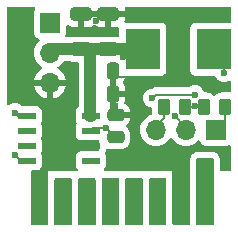
<source format=gbr>
%TF.GenerationSoftware,KiCad,Pcbnew,8.0.2-1*%
%TF.CreationDate,2024-05-31T21:31:19-04:00*%
%TF.ProjectId,ez-servo,657a2d73-6572-4766-9f2e-6b696361645f,v0.0.0*%
%TF.SameCoordinates,Original*%
%TF.FileFunction,Copper,L1,Top*%
%TF.FilePolarity,Positive*%
%FSLAX46Y46*%
G04 Gerber Fmt 4.6, Leading zero omitted, Abs format (unit mm)*
G04 Created by KiCad (PCBNEW 8.0.2-1) date 2024-05-31 21:31:19*
%MOMM*%
%LPD*%
G01*
G04 APERTURE LIST*
G04 Aperture macros list*
%AMRoundRect*
0 Rectangle with rounded corners*
0 $1 Rounding radius*
0 $2 $3 $4 $5 $6 $7 $8 $9 X,Y pos of 4 corners*
0 Add a 4 corners polygon primitive as box body*
4,1,4,$2,$3,$4,$5,$6,$7,$8,$9,$2,$3,0*
0 Add four circle primitives for the rounded corners*
1,1,$1+$1,$2,$3*
1,1,$1+$1,$4,$5*
1,1,$1+$1,$6,$7*
1,1,$1+$1,$8,$9*
0 Add four rect primitives between the rounded corners*
20,1,$1+$1,$2,$3,$4,$5,0*
20,1,$1+$1,$4,$5,$6,$7,0*
20,1,$1+$1,$6,$7,$8,$9,0*
20,1,$1+$1,$8,$9,$2,$3,0*%
G04 Aperture macros list end*
%TA.AperFunction,SMDPad,CuDef*%
%ADD10RoundRect,0.250000X0.262500X0.450000X-0.262500X0.450000X-0.262500X-0.450000X0.262500X-0.450000X0*%
%TD*%
%TA.AperFunction,SMDPad,CuDef*%
%ADD11RoundRect,0.250000X-0.262500X-0.450000X0.262500X-0.450000X0.262500X0.450000X-0.262500X0.450000X0*%
%TD*%
%TA.AperFunction,SMDPad,CuDef*%
%ADD12R,3.000000X3.500000*%
%TD*%
%TA.AperFunction,SMDPad,CuDef*%
%ADD13RoundRect,0.250000X0.475000X-0.250000X0.475000X0.250000X-0.475000X0.250000X-0.475000X-0.250000X0*%
%TD*%
%TA.AperFunction,SMDPad,CuDef*%
%ADD14RoundRect,0.250000X0.650000X-0.325000X0.650000X0.325000X-0.650000X0.325000X-0.650000X-0.325000X0*%
%TD*%
%TA.AperFunction,SMDPad,CuDef*%
%ADD15RoundRect,0.250000X-0.250000X-0.475000X0.250000X-0.475000X0.250000X0.475000X-0.250000X0.475000X0*%
%TD*%
%TA.AperFunction,SMDPad,CuDef*%
%ADD16R,1.550000X0.600000*%
%TD*%
%TA.AperFunction,ComponentPad*%
%ADD17C,0.600000*%
%TD*%
%TA.AperFunction,SMDPad,CuDef*%
%ADD18R,2.600000X3.100000*%
%TD*%
%TA.AperFunction,SMDPad,CuDef*%
%ADD19R,2.950000X4.500000*%
%TD*%
%TA.AperFunction,ComponentPad*%
%ADD20R,1.700000X1.700000*%
%TD*%
%TA.AperFunction,ComponentPad*%
%ADD21O,1.700000X1.700000*%
%TD*%
%TA.AperFunction,ViaPad*%
%ADD22C,0.600000*%
%TD*%
%TA.AperFunction,Conductor*%
%ADD23C,0.200000*%
%TD*%
%TA.AperFunction,Conductor*%
%ADD24C,1.000000*%
%TD*%
G04 APERTURE END LIST*
D10*
%TO.P,R3,1*%
%TO.N,VOUT*%
X40612500Y-33950000D03*
%TO.P,R3,2*%
%TO.N,6V*%
X38787500Y-33950000D03*
%TD*%
D11*
%TO.P,R1,1*%
%TO.N,VOUT*%
X42157500Y-33950000D03*
%TO.P,R1,2*%
%TO.N,8_4V*%
X43982500Y-33950000D03*
%TD*%
D12*
%TO.P,L1,1,1*%
%TO.N,Net-(C2-Pad2)*%
X43000000Y-29100000D03*
%TO.P,L1,2,2*%
%TO.N,VOUT*%
X37000000Y-29100000D03*
%TD*%
D13*
%TO.P,C1,1*%
%TO.N,+24V*%
X34700000Y-36550000D03*
%TO.P,C1,2*%
%TO.N,GND*%
X34700000Y-34650000D03*
%TD*%
D14*
%TO.P,C4,1*%
%TO.N,VOUT*%
X34090000Y-29095000D03*
%TO.P,C4,2*%
%TO.N,GND*%
X34090000Y-26145000D03*
%TD*%
D15*
%TO.P,C5,1*%
%TO.N,VOUT*%
X32580000Y-30920000D03*
%TO.P,C5,2*%
%TO.N,GND*%
X34480000Y-30920000D03*
%TD*%
D14*
%TO.P,C3,1*%
%TO.N,VOUT*%
X31780000Y-29095000D03*
%TO.P,C3,2*%
%TO.N,GND*%
X31780000Y-26145000D03*
%TD*%
D16*
%TO.P,U1,1,BOOT*%
%TO.N,Net-(U1-BOOT)*%
X27200000Y-34725000D03*
%TO.P,U1,2,NC*%
%TO.N,unconnected-(U1-NC-Pad2)*%
X27200000Y-35995000D03*
%TO.P,U1,3,NC*%
%TO.N,unconnected-(U1-NC-Pad3)*%
X27200000Y-37265000D03*
%TO.P,U1,4,VSENSE*%
%TO.N,SENSE*%
X27200000Y-38535000D03*
%TO.P,U1,5,EN*%
%TO.N,unconnected-(U1-EN-Pad5)*%
X32600000Y-38535000D03*
%TO.P,U1,6,GND*%
%TO.N,GND*%
X32600000Y-37265000D03*
%TO.P,U1,7,VIN*%
%TO.N,+24V*%
X32600000Y-35995000D03*
%TO.P,U1,8,PH*%
%TO.N,VOUT*%
X32600000Y-34725000D03*
D17*
%TO.P,U1,9,GNDPAD*%
%TO.N,GND*%
X29300000Y-34830000D03*
X29300000Y-36030000D03*
X29300000Y-37330000D03*
X29300000Y-38430000D03*
D18*
X29900000Y-36630000D03*
D19*
X29900000Y-36630000D03*
D17*
X30500000Y-34830000D03*
X30500000Y-36030000D03*
X30500000Y-37330000D03*
X30500000Y-38430000D03*
%TD*%
D15*
%TO.P,C6,1*%
%TO.N,VOUT*%
X32580000Y-32890000D03*
%TO.P,C6,2*%
%TO.N,GND*%
X34480000Y-32890000D03*
%TD*%
D20*
%TO.P,J2,1,Pin_1*%
%TO.N,SERVO_PWM*%
X29150000Y-26850000D03*
D21*
%TO.P,J2,2,Pin_2*%
%TO.N,VOUT*%
X29150000Y-29390000D03*
%TO.P,J2,3,Pin_3*%
%TO.N,GND*%
X29150000Y-31930000D03*
%TD*%
D20*
%TO.P,J3,1,Pin_1*%
%TO.N,8_4V*%
X43200000Y-35930000D03*
D21*
%TO.P,J3,2,Pin_2*%
%TO.N,SENSE*%
X40660000Y-35930000D03*
%TO.P,J3,3,Pin_3*%
%TO.N,6V*%
X38120000Y-35930000D03*
%TD*%
D22*
%TO.N,Net-(C2-Pad2)*%
X43910000Y-31080000D03*
X41400549Y-32930823D03*
%TO.N,SENSE*%
X39700000Y-34777171D03*
%TO.N,VOUT*%
X41390000Y-33930000D03*
X35360000Y-29780000D03*
%TO.N,GND*%
X40300000Y-39500000D03*
%TO.N,SENSE*%
X26170000Y-38030000D03*
%TO.N,Net-(C2-Pad2)*%
X37818099Y-33235792D03*
%TO.N,Net-(U1-BOOT)*%
X26170000Y-34470000D03*
%TO.N,+24V*%
X42300000Y-38800000D03*
X42300000Y-39500000D03*
X33915000Y-35765000D03*
%TO.N,GND*%
X33070000Y-26700000D03*
%TD*%
D23*
%TO.N,Net-(C2-Pad2)*%
X41400549Y-32930823D02*
X38123068Y-32930823D01*
X38123068Y-32930823D02*
X37818099Y-33235792D01*
%TO.N,SENSE*%
X39700000Y-34777171D02*
X40660000Y-35737171D01*
X40660000Y-35737171D02*
X40660000Y-35930000D01*
%TO.N,Net-(C2-Pad2)*%
X43910000Y-31080000D02*
X43910000Y-30010000D01*
X43910000Y-30010000D02*
X43000000Y-29100000D01*
%TO.N,VOUT*%
X36320000Y-29780000D02*
X37000000Y-29100000D01*
X35360000Y-29780000D02*
X36320000Y-29780000D01*
%TO.N,6V*%
X38787500Y-33950000D02*
X38787500Y-34952500D01*
X38787500Y-34952500D02*
X38120000Y-35620000D01*
X38120000Y-35620000D02*
X38120000Y-35930000D01*
D24*
%TO.N,VOUT*%
X37000000Y-29100000D02*
X29440000Y-29100000D01*
X31940000Y-29175000D02*
X31860000Y-29095000D01*
D23*
X42137500Y-33930000D02*
X42157500Y-33950000D01*
D24*
X29440000Y-29100000D02*
X29150000Y-29390000D01*
X32580000Y-32890000D02*
X32580000Y-29155000D01*
D23*
X40612500Y-33950000D02*
X42157500Y-33950000D01*
D24*
X32580000Y-34705000D02*
X32600000Y-34725000D01*
X32580000Y-32890000D02*
X32580000Y-34705000D01*
X31860000Y-29095000D02*
X31780000Y-29095000D01*
D23*
%TO.N,GND*%
X34480000Y-30920000D02*
X35030000Y-31470000D01*
X35030000Y-31470000D02*
X35820000Y-31470000D01*
D24*
X29300000Y-36030000D02*
X29260000Y-35990000D01*
X29260000Y-35990000D02*
X29260000Y-35460000D01*
D23*
%TO.N,8_4V*%
X43982500Y-35147500D02*
X43200000Y-35930000D01*
X43982500Y-33950000D02*
X43982500Y-35147500D01*
%TO.N,SENSE*%
X26675000Y-38535000D02*
X27200000Y-38535000D01*
X26170000Y-38030000D02*
X26675000Y-38535000D01*
%TO.N,Net-(U1-BOOT)*%
X26170000Y-34470000D02*
X26425000Y-34725000D01*
X26425000Y-34725000D02*
X27200000Y-34725000D01*
%TO.N,+24V*%
X33915000Y-35765000D02*
X34700000Y-36550000D01*
X32600000Y-35995000D02*
X32830000Y-35765000D01*
X32830000Y-35765000D02*
X33915000Y-35765000D01*
%TD*%
%TA.AperFunction,Conductor*%
%TO.N,GND*%
G36*
X29015000Y-39410000D02*
G01*
X29015000Y-43876000D01*
X28995315Y-43943039D01*
X28942511Y-43988794D01*
X28891000Y-44000000D01*
X27639000Y-44000000D01*
X27571961Y-43980315D01*
X27526206Y-43927511D01*
X27515000Y-43876000D01*
X27515000Y-39410000D01*
X27515000Y-39400000D01*
X29015000Y-39400000D01*
X29015000Y-39410000D01*
G37*
%TD.AperFunction*%
%TD*%
%TA.AperFunction,Conductor*%
%TO.N,GND*%
G36*
X41015000Y-39390000D02*
G01*
X41015000Y-43876000D01*
X40995315Y-43943039D01*
X40942511Y-43988794D01*
X40891000Y-44000000D01*
X39639000Y-44000000D01*
X39571961Y-43980315D01*
X39526206Y-43927511D01*
X39515000Y-43876000D01*
X39515000Y-39390000D01*
X39515000Y-39300000D01*
X41015000Y-39300000D01*
X41015000Y-39390000D01*
G37*
%TD.AperFunction*%
%TD*%
%TA.AperFunction,Conductor*%
%TO.N,+24V*%
G36*
X42958039Y-38319685D02*
G01*
X43003794Y-38372489D01*
X43015000Y-38424000D01*
X43015000Y-39922185D01*
X43014500Y-39929815D01*
X43014500Y-43876000D01*
X42994815Y-43943039D01*
X42942011Y-43988794D01*
X42890500Y-44000000D01*
X41639000Y-44000000D01*
X41571961Y-43980315D01*
X41526206Y-43927511D01*
X41515000Y-43876000D01*
X41515000Y-38424000D01*
X41534685Y-38356961D01*
X41587489Y-38311206D01*
X41639000Y-38300000D01*
X42891000Y-38300000D01*
X42958039Y-38319685D01*
G37*
%TD.AperFunction*%
%TD*%
%TA.AperFunction,Conductor*%
%TO.N,GND*%
G36*
X44442539Y-25520185D02*
G01*
X44488294Y-25572989D01*
X44499500Y-25624500D01*
X44499500Y-26725500D01*
X44479815Y-26792539D01*
X44427011Y-26838294D01*
X44375500Y-26849500D01*
X41452129Y-26849500D01*
X41452123Y-26849501D01*
X41392516Y-26855908D01*
X41257671Y-26906202D01*
X41257664Y-26906206D01*
X41142455Y-26992452D01*
X41142452Y-26992455D01*
X41056206Y-27107664D01*
X41056202Y-27107671D01*
X41005908Y-27242517D01*
X41002610Y-27273200D01*
X40999501Y-27302123D01*
X40999500Y-27302135D01*
X40999500Y-30897870D01*
X40999501Y-30897876D01*
X41005908Y-30957483D01*
X41056202Y-31092328D01*
X41056206Y-31092335D01*
X41142452Y-31207544D01*
X41142455Y-31207547D01*
X41257664Y-31293793D01*
X41257671Y-31293797D01*
X41392517Y-31344091D01*
X41392516Y-31344091D01*
X41399444Y-31344835D01*
X41452127Y-31350500D01*
X43068577Y-31350499D01*
X43135616Y-31370184D01*
X43181371Y-31422987D01*
X43182930Y-31426861D01*
X43184210Y-31429521D01*
X43184211Y-31429522D01*
X43280184Y-31582262D01*
X43407738Y-31709816D01*
X43560478Y-31805789D01*
X43727333Y-31864174D01*
X43730745Y-31865368D01*
X43730750Y-31865369D01*
X43909996Y-31885565D01*
X43910000Y-31885565D01*
X43910004Y-31885565D01*
X44089249Y-31865369D01*
X44089252Y-31865368D01*
X44089255Y-31865368D01*
X44259522Y-31805789D01*
X44309527Y-31774369D01*
X44376764Y-31755368D01*
X44443599Y-31775735D01*
X44488814Y-31829003D01*
X44499500Y-31879362D01*
X44499500Y-32633077D01*
X44479815Y-32700116D01*
X44427011Y-32745871D01*
X44362898Y-32756435D01*
X44295011Y-32749500D01*
X43669998Y-32749500D01*
X43669980Y-32749501D01*
X43567203Y-32760000D01*
X43567200Y-32760001D01*
X43400668Y-32815185D01*
X43400663Y-32815187D01*
X43251342Y-32907289D01*
X43157681Y-33000951D01*
X43096358Y-33034436D01*
X43026666Y-33029452D01*
X42982319Y-33000951D01*
X42888657Y-32907289D01*
X42888656Y-32907288D01*
X42739334Y-32815186D01*
X42572797Y-32760001D01*
X42572795Y-32760000D01*
X42470016Y-32749500D01*
X42470009Y-32749500D01*
X42273176Y-32749500D01*
X42206137Y-32729815D01*
X42160382Y-32677011D01*
X42156134Y-32666454D01*
X42126338Y-32581301D01*
X42030365Y-32428561D01*
X41902811Y-32301007D01*
X41750072Y-32205034D01*
X41579803Y-32145454D01*
X41579798Y-32145453D01*
X41400553Y-32125258D01*
X41400545Y-32125258D01*
X41221299Y-32145453D01*
X41221294Y-32145454D01*
X41051025Y-32205034D01*
X40898285Y-32301008D01*
X40895452Y-32303268D01*
X40893273Y-32304157D01*
X40892391Y-32304712D01*
X40892293Y-32304557D01*
X40830766Y-32329678D01*
X40818137Y-32330323D01*
X38202125Y-32330323D01*
X38044010Y-32330323D01*
X37891283Y-32371246D01*
X37891282Y-32371246D01*
X37891280Y-32371247D01*
X37891277Y-32371248D01*
X37856134Y-32391539D01*
X37856133Y-32391540D01*
X37848538Y-32395925D01*
X37804505Y-32421347D01*
X37756390Y-32437179D01*
X37638849Y-32450422D01*
X37468577Y-32510002D01*
X37315836Y-32605976D01*
X37188283Y-32733529D01*
X37092310Y-32886268D01*
X37032730Y-33056537D01*
X37032729Y-33056542D01*
X37012534Y-33235788D01*
X37012534Y-33235795D01*
X37032729Y-33415041D01*
X37032730Y-33415046D01*
X37092310Y-33585315D01*
X37177513Y-33720914D01*
X37188283Y-33738054D01*
X37315837Y-33865608D01*
X37348929Y-33886401D01*
X37436344Y-33941328D01*
X37468577Y-33961581D01*
X37638844Y-34021160D01*
X37664382Y-34024037D01*
X37728794Y-34051101D01*
X37768351Y-34108694D01*
X37774500Y-34147257D01*
X37774500Y-34450000D01*
X37774501Y-34450019D01*
X37781113Y-34514741D01*
X37768343Y-34583434D01*
X37720462Y-34634318D01*
X37689850Y-34647117D01*
X37656339Y-34656096D01*
X37656335Y-34656098D01*
X37442171Y-34755964D01*
X37442169Y-34755965D01*
X37248597Y-34891505D01*
X37081505Y-35058597D01*
X36945965Y-35252169D01*
X36945964Y-35252171D01*
X36846098Y-35466335D01*
X36846094Y-35466344D01*
X36784938Y-35694586D01*
X36784936Y-35694596D01*
X36764341Y-35929999D01*
X36764341Y-35930000D01*
X36784936Y-36165403D01*
X36784938Y-36165413D01*
X36846094Y-36393655D01*
X36846096Y-36393659D01*
X36846097Y-36393663D01*
X36850000Y-36402032D01*
X36945965Y-36607830D01*
X36945967Y-36607834D01*
X37037668Y-36738796D01*
X37081505Y-36801401D01*
X37248599Y-36968495D01*
X37337354Y-37030642D01*
X37442165Y-37104032D01*
X37442167Y-37104033D01*
X37442170Y-37104035D01*
X37656337Y-37203903D01*
X37656343Y-37203904D01*
X37656344Y-37203905D01*
X37711285Y-37218626D01*
X37884592Y-37265063D01*
X38061034Y-37280500D01*
X38119999Y-37285659D01*
X38120000Y-37285659D01*
X38120001Y-37285659D01*
X38178966Y-37280500D01*
X38355408Y-37265063D01*
X38583663Y-37203903D01*
X38797830Y-37104035D01*
X38991401Y-36968495D01*
X39158495Y-36801401D01*
X39288425Y-36615842D01*
X39343002Y-36572217D01*
X39412500Y-36565023D01*
X39474855Y-36596546D01*
X39491575Y-36615842D01*
X39621500Y-36801395D01*
X39621505Y-36801401D01*
X39788599Y-36968495D01*
X39877354Y-37030642D01*
X39982165Y-37104032D01*
X39982167Y-37104033D01*
X39982170Y-37104035D01*
X40196337Y-37203903D01*
X40196343Y-37203904D01*
X40196344Y-37203905D01*
X40251285Y-37218626D01*
X40424592Y-37265063D01*
X40601034Y-37280500D01*
X40659999Y-37285659D01*
X40660000Y-37285659D01*
X40660001Y-37285659D01*
X40718966Y-37280500D01*
X40895408Y-37265063D01*
X41123663Y-37203903D01*
X41337830Y-37104035D01*
X41531401Y-36968495D01*
X41653329Y-36846566D01*
X41714648Y-36813084D01*
X41784340Y-36818068D01*
X41840274Y-36859939D01*
X41857189Y-36890917D01*
X41906202Y-37022328D01*
X41906206Y-37022335D01*
X41992452Y-37137544D01*
X41992455Y-37137547D01*
X42107664Y-37223793D01*
X42107671Y-37223797D01*
X42242517Y-37274091D01*
X42242516Y-37274091D01*
X42249444Y-37274835D01*
X42302127Y-37280500D01*
X44097872Y-37280499D01*
X44157483Y-37274091D01*
X44292331Y-37223796D01*
X44301186Y-37217166D01*
X44366649Y-37192747D01*
X44434923Y-37207596D01*
X44484330Y-37257000D01*
X44499500Y-37316431D01*
X44499500Y-39266000D01*
X44479815Y-39333039D01*
X44427011Y-39378794D01*
X44375500Y-39390000D01*
X43644500Y-39390000D01*
X43577461Y-39370315D01*
X43531706Y-39317511D01*
X43520500Y-39266000D01*
X43520500Y-38424010D01*
X43520500Y-38424000D01*
X43508947Y-38316544D01*
X43497741Y-38265033D01*
X43497637Y-38264722D01*
X43463616Y-38162502D01*
X43463613Y-38162496D01*
X43385828Y-38041462D01*
X43385825Y-38041457D01*
X43382000Y-38037043D01*
X43340076Y-37988659D01*
X43340072Y-37988656D01*
X43340070Y-37988653D01*
X43231336Y-37894433D01*
X43231333Y-37894431D01*
X43231331Y-37894430D01*
X43100465Y-37834664D01*
X43100460Y-37834662D01*
X43100459Y-37834662D01*
X43033420Y-37814977D01*
X43033422Y-37814977D01*
X43033417Y-37814976D01*
X42971347Y-37806052D01*
X42891000Y-37794500D01*
X41639000Y-37794500D01*
X41638991Y-37794500D01*
X41638990Y-37794501D01*
X41531549Y-37806052D01*
X41531537Y-37806054D01*
X41480027Y-37817260D01*
X41377502Y-37851383D01*
X41377496Y-37851386D01*
X41256462Y-37929171D01*
X41256451Y-37929179D01*
X41203659Y-37974923D01*
X41109433Y-38083664D01*
X41109430Y-38083668D01*
X41049664Y-38214534D01*
X41029976Y-38281582D01*
X41024949Y-38316549D01*
X41009502Y-38423990D01*
X41009500Y-38424001D01*
X41009500Y-39300000D01*
X39515000Y-39300000D01*
X39515000Y-39390000D01*
X33832454Y-39390000D01*
X33765415Y-39370315D01*
X33719660Y-39317511D01*
X33709716Y-39248353D01*
X33733188Y-39191689D01*
X33818793Y-39077335D01*
X33818792Y-39077335D01*
X33818796Y-39077331D01*
X33869091Y-38942483D01*
X33875500Y-38882873D01*
X33875499Y-38187128D01*
X33869091Y-38127517D01*
X33869091Y-38127516D01*
X33818797Y-37992670D01*
X33818796Y-37992669D01*
X33812551Y-37984327D01*
X33804741Y-37973894D01*
X33780323Y-37908432D01*
X33795173Y-37840159D01*
X33804742Y-37825270D01*
X33818351Y-37807091D01*
X33868596Y-37672378D01*
X33872917Y-37632192D01*
X33899655Y-37567641D01*
X33957047Y-37527792D01*
X34026872Y-37525297D01*
X34035194Y-37527735D01*
X34072203Y-37539999D01*
X34174991Y-37550500D01*
X35225008Y-37550499D01*
X35225016Y-37550498D01*
X35225019Y-37550498D01*
X35281302Y-37544748D01*
X35327797Y-37539999D01*
X35494334Y-37484814D01*
X35643656Y-37392712D01*
X35767712Y-37268656D01*
X35859814Y-37119334D01*
X35914999Y-36952797D01*
X35925500Y-36850009D01*
X35925499Y-36249992D01*
X35914999Y-36147203D01*
X35859814Y-35980666D01*
X35767712Y-35831344D01*
X35643656Y-35707288D01*
X35640342Y-35705243D01*
X35638546Y-35703248D01*
X35637989Y-35702807D01*
X35638064Y-35702711D01*
X35593618Y-35653297D01*
X35582397Y-35584334D01*
X35610240Y-35520252D01*
X35640348Y-35494165D01*
X35643342Y-35492318D01*
X35767315Y-35368345D01*
X35859356Y-35219124D01*
X35859358Y-35219119D01*
X35914505Y-35052697D01*
X35914506Y-35052690D01*
X35924999Y-34949986D01*
X35925000Y-34949973D01*
X35925000Y-34900000D01*
X34574000Y-34900000D01*
X34506961Y-34880315D01*
X34461206Y-34827511D01*
X34450000Y-34776000D01*
X34450000Y-34158000D01*
X34354000Y-34158000D01*
X34286961Y-34138315D01*
X34241206Y-34085511D01*
X34230000Y-34034000D01*
X34230000Y-33607000D01*
X34730000Y-33607000D01*
X34826000Y-33607000D01*
X34893039Y-33626685D01*
X34938794Y-33679489D01*
X34950000Y-33731000D01*
X34950000Y-34400000D01*
X35924999Y-34400000D01*
X35924999Y-34350028D01*
X35924998Y-34350013D01*
X35914505Y-34247302D01*
X35859358Y-34080880D01*
X35859356Y-34080875D01*
X35767315Y-33931654D01*
X35643344Y-33807683D01*
X35643340Y-33807680D01*
X35502671Y-33720914D01*
X35455946Y-33668966D01*
X35444725Y-33600004D01*
X35450062Y-33576372D01*
X35469505Y-33517697D01*
X35469506Y-33517690D01*
X35479999Y-33414986D01*
X35480000Y-33414973D01*
X35480000Y-33140000D01*
X34730000Y-33140000D01*
X34730000Y-33607000D01*
X34230000Y-33607000D01*
X34230000Y-30794000D01*
X34249685Y-30726961D01*
X34302489Y-30681206D01*
X34354000Y-30670000D01*
X34606000Y-30670000D01*
X34673039Y-30689685D01*
X34718794Y-30742489D01*
X34730000Y-30794000D01*
X34730000Y-32640000D01*
X35479999Y-32640000D01*
X35479999Y-32365028D01*
X35479998Y-32365013D01*
X35469505Y-32262302D01*
X35414358Y-32095880D01*
X35414356Y-32095875D01*
X35336775Y-31970097D01*
X35318335Y-31902704D01*
X35336775Y-31839903D01*
X35414356Y-31714124D01*
X35414358Y-31714119D01*
X35469505Y-31547697D01*
X35469506Y-31547690D01*
X35478272Y-31461896D01*
X35504668Y-31397204D01*
X35561849Y-31357053D01*
X35601624Y-31350499D01*
X38547872Y-31350499D01*
X38607483Y-31344091D01*
X38742331Y-31293796D01*
X38857546Y-31207546D01*
X38943796Y-31092331D01*
X38994091Y-30957483D01*
X39000500Y-30897873D01*
X39000499Y-27302128D01*
X38994091Y-27242517D01*
X38985692Y-27219999D01*
X38943797Y-27107671D01*
X38943793Y-27107664D01*
X38857547Y-26992455D01*
X38857544Y-26992452D01*
X38742335Y-26906206D01*
X38742328Y-26906202D01*
X38607482Y-26855908D01*
X38607483Y-26855908D01*
X38547883Y-26849501D01*
X38547881Y-26849500D01*
X38547873Y-26849500D01*
X38547865Y-26849500D01*
X35576070Y-26849500D01*
X35509031Y-26829815D01*
X35463276Y-26777011D01*
X35453332Y-26707853D01*
X35458364Y-26686495D01*
X35479505Y-26622694D01*
X35479506Y-26622690D01*
X35489999Y-26519986D01*
X35490000Y-26519973D01*
X35490000Y-26395000D01*
X34340000Y-26395000D01*
X34340000Y-27219999D01*
X34789972Y-27219999D01*
X34789986Y-27219998D01*
X34862898Y-27212550D01*
X34931591Y-27225320D01*
X34982475Y-27273200D01*
X34999500Y-27335908D01*
X34999500Y-27903588D01*
X34979815Y-27970627D01*
X34927011Y-28016382D01*
X34862898Y-28026946D01*
X34790011Y-28019500D01*
X33389998Y-28019500D01*
X33389981Y-28019501D01*
X33287203Y-28030000D01*
X33287200Y-28030001D01*
X33163397Y-28071026D01*
X33120666Y-28085186D01*
X33120664Y-28085186D01*
X33120661Y-28085188D01*
X33114879Y-28087884D01*
X33062479Y-28099500D01*
X32807521Y-28099500D01*
X32755121Y-28087884D01*
X32749339Y-28085188D01*
X32749335Y-28085186D01*
X32749334Y-28085186D01*
X32582797Y-28030001D01*
X32582795Y-28030000D01*
X32480010Y-28019500D01*
X31079998Y-28019500D01*
X31079981Y-28019501D01*
X30977203Y-28030000D01*
X30977200Y-28030001D01*
X30853397Y-28071026D01*
X30810666Y-28085186D01*
X30810664Y-28085186D01*
X30810661Y-28085188D01*
X30804879Y-28087884D01*
X30752479Y-28099500D01*
X30563769Y-28099500D01*
X30496730Y-28079815D01*
X30450975Y-28027011D01*
X30441031Y-27957853D01*
X30447587Y-27932167D01*
X30494091Y-27807482D01*
X30500500Y-27747873D01*
X30500499Y-27185086D01*
X30520183Y-27118050D01*
X30572987Y-27072295D01*
X30642146Y-27062351D01*
X30689596Y-27079550D01*
X30810875Y-27154356D01*
X30810880Y-27154358D01*
X30977302Y-27209505D01*
X30977309Y-27209506D01*
X31080019Y-27219999D01*
X31529999Y-27219999D01*
X32030000Y-27219999D01*
X32479972Y-27219999D01*
X32479986Y-27219998D01*
X32582697Y-27209505D01*
X32749119Y-27154358D01*
X32749124Y-27154356D01*
X32869903Y-27079859D01*
X32937295Y-27061419D01*
X33000097Y-27079859D01*
X33120875Y-27154356D01*
X33120880Y-27154358D01*
X33287302Y-27209505D01*
X33287309Y-27209506D01*
X33390019Y-27219999D01*
X33839999Y-27219999D01*
X33840000Y-27219998D01*
X33840000Y-26395000D01*
X32030000Y-26395000D01*
X32030000Y-27219999D01*
X31529999Y-27219999D01*
X31530000Y-27219998D01*
X31530000Y-26019000D01*
X31549685Y-25951961D01*
X31602489Y-25906206D01*
X31654000Y-25895000D01*
X35489999Y-25895000D01*
X35489999Y-25770028D01*
X35489998Y-25770013D01*
X35479506Y-25667304D01*
X35478247Y-25663505D01*
X35478161Y-25661019D01*
X35478089Y-25660681D01*
X35478149Y-25660668D01*
X35475845Y-25593677D01*
X35511576Y-25533634D01*
X35574096Y-25502441D01*
X35595953Y-25500500D01*
X44375500Y-25500500D01*
X44442539Y-25520185D01*
G37*
%TD.AperFunction*%
%TA.AperFunction,Conductor*%
G36*
X27868038Y-25520185D02*
G01*
X27913793Y-25572989D01*
X27923737Y-25642147D01*
X27900265Y-25698810D01*
X27880238Y-25725562D01*
X27856204Y-25757668D01*
X27856202Y-25757671D01*
X27805908Y-25892517D01*
X27799501Y-25952116D01*
X27799500Y-25952135D01*
X27799500Y-27747870D01*
X27799501Y-27747876D01*
X27805908Y-27807483D01*
X27856202Y-27942328D01*
X27856206Y-27942335D01*
X27942452Y-28057544D01*
X27942455Y-28057547D01*
X28057664Y-28143793D01*
X28057671Y-28143797D01*
X28189081Y-28192810D01*
X28245015Y-28234681D01*
X28269432Y-28300145D01*
X28254580Y-28368418D01*
X28233430Y-28396673D01*
X28111503Y-28518600D01*
X27975965Y-28712169D01*
X27975964Y-28712171D01*
X27876098Y-28926335D01*
X27876094Y-28926344D01*
X27814938Y-29154586D01*
X27814936Y-29154596D01*
X27794341Y-29389999D01*
X27794341Y-29390000D01*
X27814936Y-29625403D01*
X27814938Y-29625413D01*
X27876094Y-29853655D01*
X27876096Y-29853659D01*
X27876097Y-29853663D01*
X27975965Y-30067830D01*
X27975967Y-30067834D01*
X28084281Y-30222521D01*
X28111501Y-30261396D01*
X28111506Y-30261402D01*
X28278597Y-30428493D01*
X28278603Y-30428498D01*
X28464594Y-30558730D01*
X28508219Y-30613307D01*
X28515413Y-30682805D01*
X28483890Y-30745160D01*
X28464595Y-30761880D01*
X28278922Y-30891890D01*
X28278920Y-30891891D01*
X28111891Y-31058920D01*
X28111886Y-31058926D01*
X27976400Y-31252420D01*
X27976399Y-31252422D01*
X27876570Y-31466507D01*
X27876567Y-31466513D01*
X27819364Y-31679999D01*
X27819364Y-31680000D01*
X28716988Y-31680000D01*
X28684075Y-31737007D01*
X28650000Y-31864174D01*
X28650000Y-31995826D01*
X28684075Y-32122993D01*
X28716988Y-32180000D01*
X27819364Y-32180000D01*
X27876567Y-32393486D01*
X27876570Y-32393492D01*
X27976399Y-32607578D01*
X28111894Y-32801082D01*
X28278917Y-32968105D01*
X28472421Y-33103600D01*
X28686507Y-33203429D01*
X28686516Y-33203433D01*
X28900000Y-33260634D01*
X28900000Y-32363012D01*
X28957007Y-32395925D01*
X29084174Y-32430000D01*
X29215826Y-32430000D01*
X29342993Y-32395925D01*
X29400000Y-32363012D01*
X29400000Y-33260633D01*
X29613483Y-33203433D01*
X29613492Y-33203429D01*
X29827578Y-33103600D01*
X30021082Y-32968105D01*
X30188105Y-32801082D01*
X30323600Y-32607578D01*
X30423429Y-32393492D01*
X30423432Y-32393486D01*
X30480636Y-32180000D01*
X29583012Y-32180000D01*
X29615925Y-32122993D01*
X29650000Y-31995826D01*
X29650000Y-31864174D01*
X29615925Y-31737007D01*
X29583012Y-31680000D01*
X30480636Y-31680000D01*
X30480635Y-31679999D01*
X30423432Y-31466513D01*
X30423429Y-31466507D01*
X30323600Y-31252422D01*
X30323599Y-31252420D01*
X30188113Y-31058926D01*
X30188108Y-31058920D01*
X30021078Y-30891890D01*
X29835405Y-30761879D01*
X29791780Y-30707302D01*
X29784588Y-30637804D01*
X29816110Y-30575449D01*
X29835406Y-30558730D01*
X29920865Y-30498891D01*
X30021401Y-30428495D01*
X30188495Y-30261401D01*
X30264134Y-30153376D01*
X30318711Y-30109752D01*
X30365709Y-30100500D01*
X30777638Y-30100500D01*
X30816640Y-30106793D01*
X30977203Y-30159999D01*
X31079991Y-30170500D01*
X31455500Y-30170499D01*
X31522539Y-30190183D01*
X31568294Y-30242987D01*
X31579500Y-30294499D01*
X31579500Y-33600000D01*
X26730000Y-33600000D01*
X26730000Y-33896030D01*
X26720259Y-33888181D01*
X26672262Y-33840184D01*
X26519523Y-33744211D01*
X26349254Y-33684631D01*
X26349249Y-33684630D01*
X26170004Y-33664435D01*
X26169996Y-33664435D01*
X25990750Y-33684630D01*
X25990745Y-33684631D01*
X25820476Y-33744211D01*
X25690472Y-33825899D01*
X25623235Y-33844899D01*
X25556400Y-33824531D01*
X25511186Y-33771263D01*
X25500500Y-33720905D01*
X25500500Y-25624500D01*
X25520185Y-25557461D01*
X25572989Y-25511706D01*
X25624500Y-25500500D01*
X27800999Y-25500500D01*
X27868038Y-25520185D01*
G37*
%TD.AperFunction*%
%TD*%
%TA.AperFunction,NonConductor*%
G36*
X38958039Y-40019685D02*
G01*
X39003794Y-40072489D01*
X39015000Y-40124000D01*
X39015000Y-43876000D01*
X38995315Y-43943039D01*
X38942511Y-43988794D01*
X38891000Y-44000000D01*
X37639000Y-44000000D01*
X37571961Y-43980315D01*
X37526206Y-43927511D01*
X37515000Y-43876000D01*
X37515000Y-40124000D01*
X37534685Y-40056961D01*
X37587489Y-40011206D01*
X37639000Y-40000000D01*
X38891000Y-40000000D01*
X38958039Y-40019685D01*
G37*
%TD.AperFunction*%
%TA.AperFunction,Conductor*%
%TO.N,GND*%
G36*
X31579500Y-33921506D02*
G01*
X31559815Y-33988545D01*
X31529811Y-34020772D01*
X31467460Y-34067448D01*
X31467451Y-34067457D01*
X31381206Y-34182664D01*
X31381202Y-34182671D01*
X31340894Y-34290745D01*
X31330909Y-34317517D01*
X31324500Y-34377127D01*
X31324500Y-34377134D01*
X31324500Y-34377135D01*
X31324500Y-35072870D01*
X31324501Y-35072876D01*
X31330908Y-35132483D01*
X31381202Y-35267328D01*
X31381205Y-35267334D01*
X31394947Y-35285691D01*
X31419363Y-35351156D01*
X31404510Y-35419429D01*
X31394947Y-35434309D01*
X31381205Y-35452665D01*
X31381202Y-35452671D01*
X31330910Y-35587513D01*
X31330909Y-35587517D01*
X31324500Y-35647127D01*
X31324500Y-35647134D01*
X31324500Y-35647135D01*
X31324500Y-36342870D01*
X31324501Y-36342876D01*
X31330908Y-36402483D01*
X31381202Y-36537328D01*
X31381206Y-36537335D01*
X31467452Y-36652544D01*
X31467455Y-36652547D01*
X31582664Y-36738793D01*
X31582671Y-36738797D01*
X31717517Y-36789091D01*
X31717516Y-36789091D01*
X31724444Y-36789835D01*
X31777127Y-36795500D01*
X33280000Y-36795499D01*
X33280000Y-37734500D01*
X31777129Y-37734500D01*
X31777123Y-37734501D01*
X31717516Y-37740908D01*
X31582671Y-37791202D01*
X31582664Y-37791206D01*
X31467455Y-37877452D01*
X31467452Y-37877455D01*
X31381206Y-37992664D01*
X31381202Y-37992671D01*
X31330910Y-38127513D01*
X31330909Y-38127517D01*
X31324500Y-38187127D01*
X31324500Y-38187134D01*
X31324500Y-38187135D01*
X31324500Y-38882870D01*
X31324501Y-38882876D01*
X31330908Y-38942483D01*
X31381202Y-39077328D01*
X31381206Y-39077335D01*
X31467452Y-39192544D01*
X31473227Y-39198319D01*
X31506712Y-39259642D01*
X31501728Y-39329334D01*
X31459856Y-39385267D01*
X31394392Y-39409684D01*
X31385546Y-39410000D01*
X29015000Y-39410000D01*
X29015000Y-39400000D01*
X27532471Y-39400000D01*
X27534685Y-39392460D01*
X27587489Y-39346705D01*
X27638998Y-39335499D01*
X28022872Y-39335499D01*
X28082483Y-39329091D01*
X28217331Y-39278796D01*
X28332546Y-39192546D01*
X28418796Y-39077331D01*
X28469091Y-38942483D01*
X28475500Y-38882873D01*
X28475499Y-38187128D01*
X28469091Y-38127517D01*
X28418797Y-37992671D01*
X28418797Y-37992670D01*
X28418796Y-37992669D01*
X28418792Y-37992664D01*
X28405053Y-37974311D01*
X28380635Y-37908850D01*
X28395485Y-37840576D01*
X28405050Y-37825691D01*
X28418796Y-37807331D01*
X28469091Y-37672483D01*
X28475500Y-37612873D01*
X28475499Y-36917128D01*
X28469091Y-36857517D01*
X28469091Y-36857516D01*
X28418797Y-36722670D01*
X28418796Y-36722669D01*
X28405053Y-36704311D01*
X28380635Y-36638850D01*
X28395485Y-36570576D01*
X28405050Y-36555691D01*
X28418796Y-36537331D01*
X28469091Y-36402483D01*
X28475500Y-36342873D01*
X28475499Y-35647128D01*
X28469091Y-35587517D01*
X28418797Y-35452671D01*
X28418797Y-35452670D01*
X28418796Y-35452669D01*
X28418793Y-35452665D01*
X28405053Y-35434311D01*
X28380635Y-35368850D01*
X28395485Y-35300576D01*
X28405050Y-35285691D01*
X28418796Y-35267331D01*
X28469091Y-35132483D01*
X28475500Y-35072873D01*
X28475499Y-34377128D01*
X28469091Y-34317517D01*
X28418796Y-34182669D01*
X28418795Y-34182668D01*
X28418793Y-34182664D01*
X28332547Y-34067455D01*
X28332544Y-34067452D01*
X28217335Y-33981206D01*
X28217328Y-33981202D01*
X28082482Y-33930908D01*
X28082483Y-33930908D01*
X28022883Y-33924501D01*
X28022881Y-33924500D01*
X28022873Y-33924500D01*
X28022865Y-33924500D01*
X26807940Y-33924500D01*
X26740901Y-33904815D01*
X26730000Y-33896030D01*
X26730000Y-33600000D01*
X31579500Y-33600000D01*
X31579500Y-33921506D01*
G37*
%TD.AperFunction*%
%TD*%
%TA.AperFunction,NonConductor*%
G36*
X34958039Y-40019685D02*
G01*
X35003794Y-40072489D01*
X35015000Y-40124000D01*
X35015000Y-43876000D01*
X34995315Y-43943039D01*
X34942511Y-43988794D01*
X34891000Y-44000000D01*
X33639000Y-44000000D01*
X33571961Y-43980315D01*
X33526206Y-43927511D01*
X33515000Y-43876000D01*
X33515000Y-40124000D01*
X33534685Y-40056961D01*
X33587489Y-40011206D01*
X33639000Y-40000000D01*
X34891000Y-40000000D01*
X34958039Y-40019685D01*
G37*
%TD.AperFunction*%
%TA.AperFunction,NonConductor*%
G36*
X36958039Y-40019685D02*
G01*
X37003794Y-40072489D01*
X37015000Y-40124000D01*
X37015000Y-43876000D01*
X36995315Y-43943039D01*
X36942511Y-43988794D01*
X36891000Y-44000000D01*
X35639000Y-44000000D01*
X35571961Y-43980315D01*
X35526206Y-43927511D01*
X35515000Y-43876000D01*
X35515000Y-40124000D01*
X35534685Y-40056961D01*
X35587489Y-40011206D01*
X35639000Y-40000000D01*
X36891000Y-40000000D01*
X36958039Y-40019685D01*
G37*
%TD.AperFunction*%
%TA.AperFunction,NonConductor*%
G36*
X30958039Y-40019685D02*
G01*
X31003794Y-40072489D01*
X31015000Y-40124000D01*
X31015000Y-43876000D01*
X30995315Y-43943039D01*
X30942511Y-43988794D01*
X30891000Y-44000000D01*
X29639000Y-44000000D01*
X29571961Y-43980315D01*
X29526206Y-43927511D01*
X29515000Y-43876000D01*
X29515000Y-40124000D01*
X29534685Y-40056961D01*
X29587489Y-40011206D01*
X29639000Y-40000000D01*
X30891000Y-40000000D01*
X30958039Y-40019685D01*
G37*
%TD.AperFunction*%
%TA.AperFunction,NonConductor*%
G36*
X32958039Y-40019685D02*
G01*
X33003794Y-40072489D01*
X33015000Y-40124000D01*
X33015000Y-43876000D01*
X32995315Y-43943039D01*
X32942511Y-43988794D01*
X32891000Y-44000000D01*
X31639000Y-44000000D01*
X31571961Y-43980315D01*
X31526206Y-43927511D01*
X31515000Y-43876000D01*
X31515000Y-40124000D01*
X31534685Y-40056961D01*
X31587489Y-40011206D01*
X31639000Y-40000000D01*
X32891000Y-40000000D01*
X32958039Y-40019685D01*
G37*
%TD.AperFunction*%
M02*

</source>
